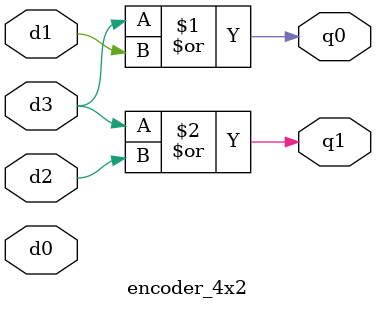
<source format=v>
module encoder_4x2(d0,d1,d2,d3,q0,q1);
  input d0,d1,d2,d3;
  output q0,q1;
  assign q0 = d3|d1;
  assign q1 = d3|d2;
endmodule

</source>
